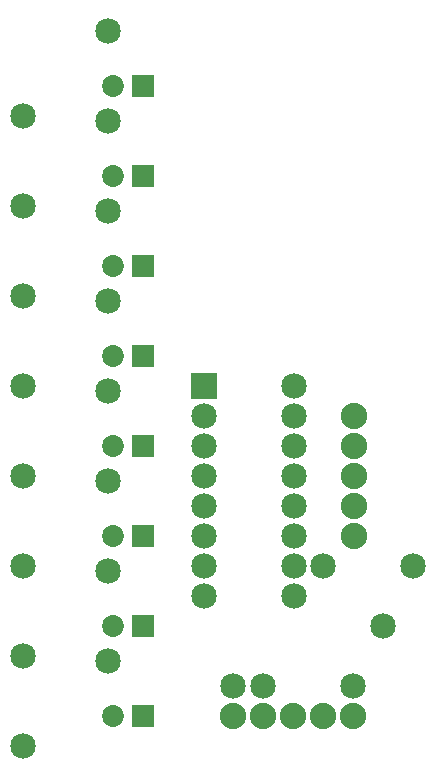
<source format=gbs>
G04 MADE WITH FRITZING*
G04 WWW.FRITZING.ORG*
G04 SINGLE SIDED*
G04 HOLES NOT PLATED*
G04 CONTOUR ON CENTER OF CONTOUR VECTOR*
%ASAXBY*%
%FSLAX23Y23*%
%MOIN*%
%OFA0B0*%
%SFA1.0B1.0*%
%ADD10C,0.085000*%
%ADD11C,0.072992*%
%ADD12C,0.088000*%
%ADD13R,0.072992X0.072992*%
%ADD14R,0.085000X0.085000*%
%LNMASK0*%
G90*
G70*
G54D10*
X918Y294D03*
X1318Y494D03*
X818Y294D03*
X1218Y294D03*
X1118Y694D03*
X1418Y694D03*
G54D11*
X516Y2294D03*
X418Y2294D03*
X516Y794D03*
X418Y794D03*
X516Y1094D03*
X418Y1094D03*
X516Y194D03*
X418Y194D03*
X516Y494D03*
X418Y494D03*
X516Y1394D03*
X418Y1394D03*
X516Y1694D03*
X418Y1694D03*
X516Y1994D03*
X418Y1994D03*
G54D10*
X721Y1294D03*
X1021Y1294D03*
X721Y1194D03*
X1021Y1194D03*
X721Y1094D03*
X1021Y1094D03*
X721Y994D03*
X1021Y994D03*
X721Y894D03*
X1021Y894D03*
X721Y794D03*
X1021Y794D03*
X721Y694D03*
X1021Y694D03*
X721Y594D03*
X1021Y594D03*
G54D12*
X1218Y194D03*
X1118Y194D03*
X1018Y194D03*
X918Y194D03*
X818Y194D03*
X1221Y794D03*
X1221Y894D03*
X1221Y994D03*
X1221Y1094D03*
X1221Y1194D03*
G54D10*
X118Y2194D03*
X401Y2477D03*
X118Y1894D03*
X401Y2177D03*
X118Y1594D03*
X401Y1877D03*
X118Y1294D03*
X401Y1577D03*
X118Y994D03*
X401Y1277D03*
X118Y694D03*
X401Y977D03*
X118Y394D03*
X401Y677D03*
X118Y94D03*
X401Y377D03*
G54D13*
X516Y2294D03*
X516Y794D03*
X516Y1094D03*
X516Y194D03*
X516Y494D03*
X516Y1394D03*
X516Y1694D03*
X516Y1994D03*
G54D14*
X721Y1294D03*
G04 End of Mask0*
M02*
</source>
